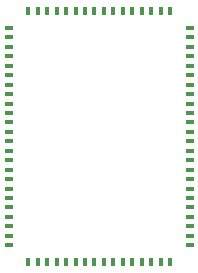
<source format=gbr>
%TF.GenerationSoftware,KiCad,Pcbnew,9.0.4*%
%TF.CreationDate,2025-11-13T11:37:52+01:00*%
%TF.ProjectId,Neptune-32x-315-5805-bypass,4e657074-756e-4652-9d33-32782d333135,rev?*%
%TF.SameCoordinates,Original*%
%TF.FileFunction,Soldermask,Bot*%
%TF.FilePolarity,Negative*%
%FSLAX46Y46*%
G04 Gerber Fmt 4.6, Leading zero omitted, Abs format (unit mm)*
G04 Created by KiCad (PCBNEW 9.0.4) date 2025-11-13 11:37:52*
%MOMM*%
%LPD*%
G01*
G04 APERTURE LIST*
%ADD10R,0.700000X0.300000*%
%ADD11R,0.300000X0.700000*%
G04 APERTURE END LIST*
D10*
%TO.C,IC1*%
X97422800Y-64505600D03*
X97422800Y-65305600D03*
X97422800Y-66105600D03*
X97422800Y-66905600D03*
X97422800Y-67705600D03*
X97422800Y-68505600D03*
X97422800Y-69305600D03*
X97422800Y-70105600D03*
X97422800Y-70905600D03*
X97422800Y-71705600D03*
X97422800Y-72505600D03*
X97422800Y-73305600D03*
X97422800Y-74105600D03*
X97422800Y-74905600D03*
X97422800Y-75705600D03*
X97422800Y-76505600D03*
X97422800Y-77305600D03*
X97422800Y-78105600D03*
X97422800Y-78905600D03*
X97422800Y-79705600D03*
X97422800Y-80505600D03*
X97422800Y-81305600D03*
X97422800Y-82105600D03*
X97422800Y-82905600D03*
D11*
X99072800Y-84355600D03*
X99872800Y-84355600D03*
X100672800Y-84355600D03*
X101472800Y-84355600D03*
X102272800Y-84355600D03*
X103072800Y-84355600D03*
X103872800Y-84355600D03*
X104672800Y-84355600D03*
X105472800Y-84355600D03*
X106272800Y-84355600D03*
X107072800Y-84355600D03*
X107872800Y-84355600D03*
X108672800Y-84355600D03*
X109472800Y-84355600D03*
X110272800Y-84355600D03*
X111072800Y-84355600D03*
D10*
X112722800Y-82905600D03*
X112722800Y-82105600D03*
X112722800Y-81305600D03*
X112722800Y-80505600D03*
X112722800Y-79705600D03*
X112722800Y-78905600D03*
X112722800Y-78105600D03*
X112722800Y-77305600D03*
X112722800Y-76505600D03*
X112722800Y-75705600D03*
X112722800Y-74905600D03*
X112722800Y-74105600D03*
X112722800Y-73305600D03*
X112722800Y-72505600D03*
X112722800Y-71705600D03*
X112722800Y-70905600D03*
X112722800Y-70105600D03*
X112722800Y-69305600D03*
X112722800Y-68505600D03*
X112722800Y-67705600D03*
X112722800Y-66905600D03*
X112722800Y-66105600D03*
X112722800Y-65305600D03*
X112722800Y-64505600D03*
D11*
X111072800Y-63055600D03*
X110272800Y-63055600D03*
X109472800Y-63055600D03*
X108672800Y-63055600D03*
X107872800Y-63055600D03*
X107072800Y-63055600D03*
X106272800Y-63055600D03*
X105472800Y-63055600D03*
X104672800Y-63055600D03*
X103872800Y-63055600D03*
X103072800Y-63055600D03*
X102272800Y-63055600D03*
X101472800Y-63055600D03*
X100672800Y-63055600D03*
X99872800Y-63055600D03*
X99072800Y-63055600D03*
%TD*%
M02*

</source>
